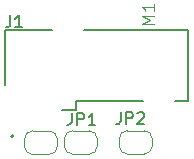
<source format=gbr>
%TF.GenerationSoftware,KiCad,Pcbnew,9.0.1+dfsg-1*%
%TF.CreationDate,2025-05-01T10:56:30+02:00*%
%TF.ProjectId,audio-jack,61756469-6f2d-46a6-9163-6b2e6b696361,rev?*%
%TF.SameCoordinates,Original*%
%TF.FileFunction,Legend,Top*%
%TF.FilePolarity,Positive*%
%FSLAX46Y46*%
G04 Gerber Fmt 4.6, Leading zero omitted, Abs format (unit mm)*
G04 Created by KiCad (PCBNEW 9.0.1+dfsg-1) date 2025-05-01 10:56:30*
%MOMM*%
%LPD*%
G01*
G04 APERTURE LIST*
%ADD10C,0.150000*%
%ADD11C,0.100000*%
%ADD12C,0.120000*%
%ADD13C,0.127000*%
%ADD14C,0.200000*%
G04 APERTURE END LIST*
D10*
X40406666Y-32264819D02*
X40406666Y-32979104D01*
X40406666Y-32979104D02*
X40359047Y-33121961D01*
X40359047Y-33121961D02*
X40263809Y-33217200D01*
X40263809Y-33217200D02*
X40120952Y-33264819D01*
X40120952Y-33264819D02*
X40025714Y-33264819D01*
X41406666Y-33264819D02*
X40835238Y-33264819D01*
X41120952Y-33264819D02*
X41120952Y-32264819D01*
X41120952Y-32264819D02*
X41025714Y-32407676D01*
X41025714Y-32407676D02*
X40930476Y-32502914D01*
X40930476Y-32502914D02*
X40835238Y-32550533D01*
D11*
X52567419Y-32959523D02*
X51567419Y-32959523D01*
X51567419Y-32959523D02*
X52281704Y-32626190D01*
X52281704Y-32626190D02*
X51567419Y-32292857D01*
X51567419Y-32292857D02*
X52567419Y-32292857D01*
X52567419Y-31292857D02*
X52567419Y-31864285D01*
X52567419Y-31578571D02*
X51567419Y-31578571D01*
X51567419Y-31578571D02*
X51710276Y-31673809D01*
X51710276Y-31673809D02*
X51805514Y-31769047D01*
X51805514Y-31769047D02*
X51853133Y-31864285D01*
D10*
X49756666Y-40464819D02*
X49756666Y-41179104D01*
X49756666Y-41179104D02*
X49709047Y-41321961D01*
X49709047Y-41321961D02*
X49613809Y-41417200D01*
X49613809Y-41417200D02*
X49470952Y-41464819D01*
X49470952Y-41464819D02*
X49375714Y-41464819D01*
X50232857Y-41464819D02*
X50232857Y-40464819D01*
X50232857Y-40464819D02*
X50613809Y-40464819D01*
X50613809Y-40464819D02*
X50709047Y-40512438D01*
X50709047Y-40512438D02*
X50756666Y-40560057D01*
X50756666Y-40560057D02*
X50804285Y-40655295D01*
X50804285Y-40655295D02*
X50804285Y-40798152D01*
X50804285Y-40798152D02*
X50756666Y-40893390D01*
X50756666Y-40893390D02*
X50709047Y-40941009D01*
X50709047Y-40941009D02*
X50613809Y-40988628D01*
X50613809Y-40988628D02*
X50232857Y-40988628D01*
X51185238Y-40560057D02*
X51232857Y-40512438D01*
X51232857Y-40512438D02*
X51328095Y-40464819D01*
X51328095Y-40464819D02*
X51566190Y-40464819D01*
X51566190Y-40464819D02*
X51661428Y-40512438D01*
X51661428Y-40512438D02*
X51709047Y-40560057D01*
X51709047Y-40560057D02*
X51756666Y-40655295D01*
X51756666Y-40655295D02*
X51756666Y-40750533D01*
X51756666Y-40750533D02*
X51709047Y-40893390D01*
X51709047Y-40893390D02*
X51137619Y-41464819D01*
X51137619Y-41464819D02*
X51756666Y-41464819D01*
X45616666Y-40544819D02*
X45616666Y-41259104D01*
X45616666Y-41259104D02*
X45569047Y-41401961D01*
X45569047Y-41401961D02*
X45473809Y-41497200D01*
X45473809Y-41497200D02*
X45330952Y-41544819D01*
X45330952Y-41544819D02*
X45235714Y-41544819D01*
X46092857Y-41544819D02*
X46092857Y-40544819D01*
X46092857Y-40544819D02*
X46473809Y-40544819D01*
X46473809Y-40544819D02*
X46569047Y-40592438D01*
X46569047Y-40592438D02*
X46616666Y-40640057D01*
X46616666Y-40640057D02*
X46664285Y-40735295D01*
X46664285Y-40735295D02*
X46664285Y-40878152D01*
X46664285Y-40878152D02*
X46616666Y-40973390D01*
X46616666Y-40973390D02*
X46569047Y-41021009D01*
X46569047Y-41021009D02*
X46473809Y-41068628D01*
X46473809Y-41068628D02*
X46092857Y-41068628D01*
X47616666Y-41544819D02*
X47045238Y-41544819D01*
X47330952Y-41544819D02*
X47330952Y-40544819D01*
X47330952Y-40544819D02*
X47235714Y-40687676D01*
X47235714Y-40687676D02*
X47140476Y-40782914D01*
X47140476Y-40782914D02*
X47045238Y-40830533D01*
D12*
%TO.C,JP3*%
X41610000Y-43340000D02*
X41610000Y-42740000D01*
X42310000Y-42040000D02*
X43710000Y-42040000D01*
X43710000Y-44040000D02*
X42310000Y-44040000D01*
X44410000Y-42740000D02*
X44410000Y-43340000D01*
X41610000Y-42740000D02*
G75*
G02*
X42310000Y-42040000I699999J1D01*
G01*
X42310000Y-44040000D02*
G75*
G02*
X41610000Y-43340000I-1J699999D01*
G01*
X43710000Y-42040000D02*
G75*
G02*
X44410000Y-42740000I0J-700000D01*
G01*
X44410000Y-43340000D02*
G75*
G02*
X43710000Y-44040000I-700000J0D01*
G01*
D13*
%TO.C,J1*%
X40000000Y-33500000D02*
X40000000Y-38180000D01*
X43950000Y-33500000D02*
X40000000Y-33500000D01*
X44820000Y-40300000D02*
X46000000Y-40300000D01*
X46000000Y-39500000D02*
X51680000Y-39500000D01*
X46000000Y-40300000D02*
X46000000Y-39500000D01*
X54320000Y-39500000D02*
X55500000Y-39500000D01*
X55500000Y-33500000D02*
X46620000Y-33500000D01*
X55500000Y-39500000D02*
X55500000Y-33500000D01*
D14*
X40700000Y-42500000D02*
G75*
G02*
X40500000Y-42500000I-100000J0D01*
G01*
X40500000Y-42500000D02*
G75*
G02*
X40700000Y-42500000I100000J0D01*
G01*
D12*
%TO.C,JP2*%
X49640000Y-43310000D02*
X49640000Y-42710000D01*
X50340000Y-42010000D02*
X51740000Y-42010000D01*
X51740000Y-44010000D02*
X50340000Y-44010000D01*
X52440000Y-42710000D02*
X52440000Y-43310000D01*
X49640000Y-42710000D02*
G75*
G02*
X50340000Y-42010000I699999J1D01*
G01*
X50340000Y-44010000D02*
G75*
G02*
X49640000Y-43310000I-1J699999D01*
G01*
X51740000Y-42010000D02*
G75*
G02*
X52440000Y-42710000I0J-700000D01*
G01*
X52440000Y-43310000D02*
G75*
G02*
X51740000Y-44010000I-700000J0D01*
G01*
%TO.C,JP1*%
X44990000Y-43320000D02*
X44990000Y-42720000D01*
X45690000Y-42020000D02*
X47090000Y-42020000D01*
X47090000Y-44020000D02*
X45690000Y-44020000D01*
X47790000Y-42720000D02*
X47790000Y-43320000D01*
X44990000Y-42720000D02*
G75*
G02*
X45690000Y-42020000I699999J1D01*
G01*
X45690000Y-44020000D02*
G75*
G02*
X44990000Y-43320000I-1J699999D01*
G01*
X47090000Y-42020000D02*
G75*
G02*
X47790000Y-42720000I0J-700000D01*
G01*
X47790000Y-43320000D02*
G75*
G02*
X47090000Y-44020000I-700000J0D01*
G01*
%TD*%
M02*

</source>
